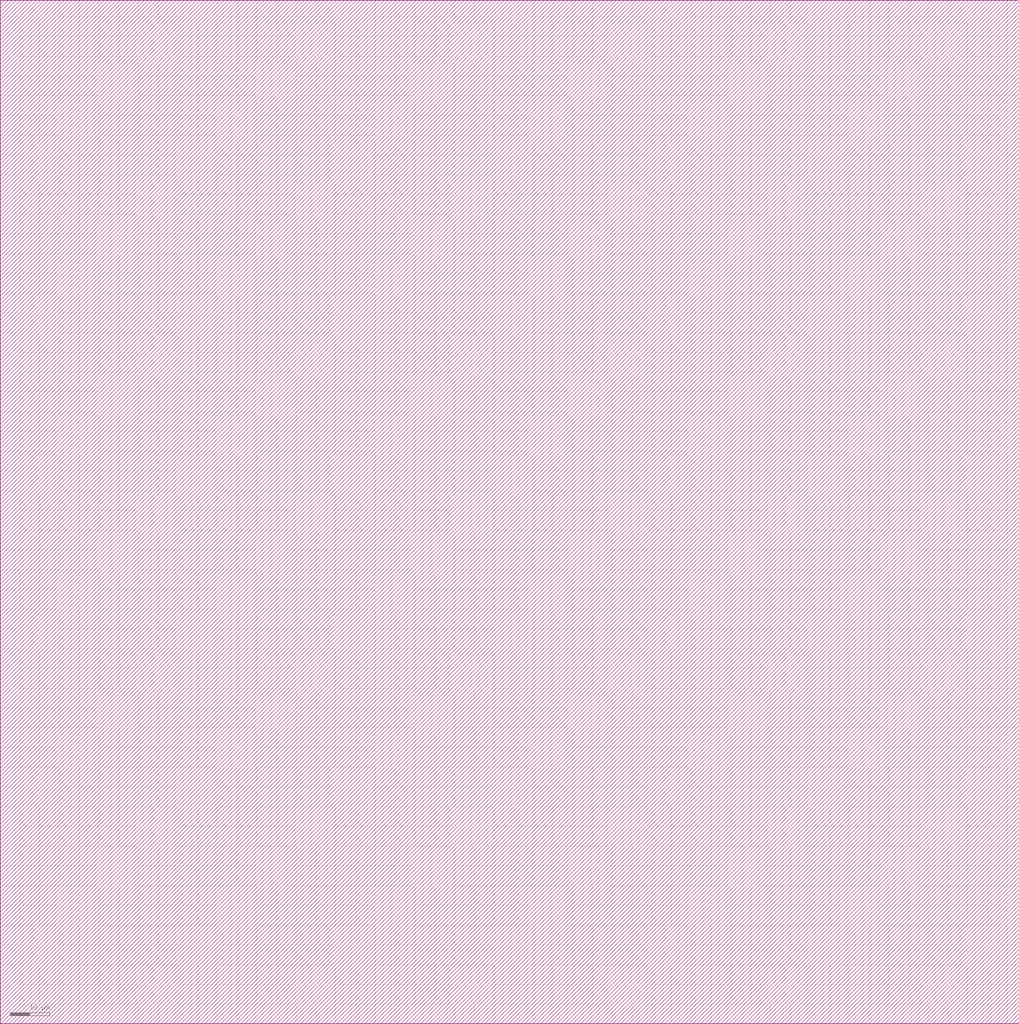
<source format=lef>
VERSION 5.6 ;

BUSBITCHARS "[]" ;

DIVIDERCHAR "/" ;

UNITS
    DATABASE MICRONS 1000 ;
END UNITS

MANUFACTURINGGRID 0.005000 ; 

CLEARANCEMEASURE EUCLIDEAN ; 

USEMINSPACING OBS ON ; 

SITE CoreSite
    CLASS CORE ;
    SIZE 0.600000 BY 0.300000 ;
END CoreSite

LAYER li
   TYPE ROUTING ;
   DIRECTION VERTICAL ;
   MINWIDTH 0.300000 ;
   AREA 0.056250 ;
   WIDTH 0.300000 ;
   SPACINGTABLE
      PARALLELRUNLENGTH 0.0
      WIDTH 0.0 0.225000 ;
   PITCH 0.600000 0.600000 ;
END li

LAYER mcon
    TYPE CUT ;
    SPACING 0.225000 ;
    WIDTH 0.300000 ;
    ENCLOSURE ABOVE 0.075000 0.075000 ;
    ENCLOSURE BELOW 0.000000 0.000000 ;
END mcon

LAYER met1
   TYPE ROUTING ;
   DIRECTION HORIZONTAL ;
   MINWIDTH 0.150000 ;
   AREA 0.084375 ;
   WIDTH 0.150000 ;
   SPACINGTABLE
      PARALLELRUNLENGTH 0.0
      WIDTH 0.0 0.150000 ;
   PITCH 0.300000 0.300000 ;
END met1

LAYER v1
    TYPE CUT ;
    SPACING 0.075000 ;
    WIDTH 0.300000 ;
    ENCLOSURE ABOVE 0.075000 0.075000 ;
    ENCLOSURE BELOW 0.075000 0.075000 ;
END v1

LAYER met2
   TYPE ROUTING ;
   DIRECTION VERTICAL ;
   MINWIDTH 0.150000 ;
   AREA 0.073125 ;
   WIDTH 0.150000 ;
   SPACINGTABLE
      PARALLELRUNLENGTH 0.0
      WIDTH 0.0 0.150000 ;
   PITCH 0.300000 0.300000 ;
END met2

LAYER v2
    TYPE CUT ;
    SPACING 0.150000 ;
    WIDTH 0.300000 ;
    ENCLOSURE ABOVE 0.075000 0.075000 ;
    ENCLOSURE BELOW 0.075000 0.000000 ;
END v2

LAYER met3
   TYPE ROUTING ;
   DIRECTION HORIZONTAL ;
   MINWIDTH 0.300000 ;
   AREA 0.241875 ;
   WIDTH 0.300000 ;
   SPACINGTABLE
      PARALLELRUNLENGTH 0.0
      WIDTH 0.0 0.300000 ;
   PITCH 0.600000 0.600000 ;
END met3

LAYER v3
    TYPE CUT ;
    SPACING 0.150000 ;
    WIDTH 0.450000 ;
    ENCLOSURE ABOVE 0.075000 0.075000 ;
    ENCLOSURE BELOW 0.075000 0.000000 ;
END v3

LAYER met4
   TYPE ROUTING ;
   DIRECTION VERTICAL ;
   MINWIDTH 0.300000 ;
   AREA 0.241875 ;
   WIDTH 0.300000 ;
   SPACINGTABLE
      PARALLELRUNLENGTH 0.0
      WIDTH 0.0 0.300000 ;
   PITCH 0.600000 0.600000 ;
END met4

LAYER v4
    TYPE CUT ;
    SPACING 0.450000 ;
    WIDTH 1.200000 ;
    ENCLOSURE ABOVE 0.150000 0.150000 ;
    ENCLOSURE BELOW 0.000000 0.000000 ;
END v4

LAYER met5
   TYPE ROUTING ;
   DIRECTION HORIZONTAL ;
   MINWIDTH 1.650000 ;
   AREA 4.005000 ;
   WIDTH 1.650000 ;
   SPACINGTABLE
      PARALLELRUNLENGTH 0.0
      WIDTH 0.0 1.650000 ;
   PITCH 3.300000 3.300000 ;
END met5

LAYER OVERLAP
   TYPE OVERLAP ;
END OVERLAP

VIA mcon_C DEFAULT
   LAYER li ;
     RECT -0.150000 -0.150000 0.150000 0.150000 ;
   LAYER mcon ;
     RECT -0.150000 -0.150000 0.150000 0.150000 ;
   LAYER met1 ;
     RECT -0.225000 -0.225000 0.225000 0.225000 ;
END mcon_C

VIA v1_C DEFAULT
   LAYER met1 ;
     RECT -0.225000 -0.225000 0.225000 0.225000 ;
   LAYER v1 ;
     RECT -0.150000 -0.150000 0.150000 0.150000 ;
   LAYER met2 ;
     RECT -0.225000 -0.225000 0.225000 0.225000 ;
END v1_C

VIA v2_C DEFAULT
   LAYER met2 ;
     RECT -0.150000 -0.225000 0.150000 0.225000 ;
   LAYER v2 ;
     RECT -0.150000 -0.150000 0.150000 0.150000 ;
   LAYER met3 ;
     RECT -0.225000 -0.225000 0.225000 0.225000 ;
END v2_C

VIA v2_Ch
   LAYER met2 ;
     RECT -0.225000 -0.150000 0.225000 0.150000 ;
   LAYER v2 ;
     RECT -0.150000 -0.150000 0.150000 0.150000 ;
   LAYER met3 ;
     RECT -0.225000 -0.225000 0.225000 0.225000 ;
END v2_Ch

VIA v2_Cv
   LAYER met2 ;
     RECT -0.150000 -0.225000 0.150000 0.225000 ;
   LAYER v2 ;
     RECT -0.150000 -0.150000 0.150000 0.150000 ;
   LAYER met3 ;
     RECT -0.225000 -0.225000 0.225000 0.225000 ;
END v2_Cv

VIA v3_C DEFAULT
   LAYER met3 ;
     RECT -0.300000 -0.225000 0.300000 0.225000 ;
   LAYER v3 ;
     RECT -0.225000 -0.225000 0.225000 0.225000 ;
   LAYER met4 ;
     RECT -0.300000 -0.300000 0.300000 0.300000 ;
END v3_C

VIA v3_Ch
   LAYER met3 ;
     RECT -0.300000 -0.225000 0.300000 0.225000 ;
   LAYER v3 ;
     RECT -0.225000 -0.225000 0.225000 0.225000 ;
   LAYER met4 ;
     RECT -0.300000 -0.300000 0.300000 0.300000 ;
END v3_Ch

VIA v3_Cv
   LAYER met3 ;
     RECT -0.300000 -0.225000 0.300000 0.225000 ;
   LAYER v3 ;
     RECT -0.225000 -0.225000 0.225000 0.225000 ;
   LAYER met4 ;
     RECT -0.300000 -0.300000 0.300000 0.300000 ;
END v3_Cv

VIA v4_C DEFAULT
   LAYER met4 ;
     RECT -0.600000 -0.600000 0.600000 0.600000 ;
   LAYER v4 ;
     RECT -0.600000 -0.600000 0.600000 0.600000 ;
   LAYER met5 ;
     RECT -0.750000 -0.750000 0.750000 0.750000 ;
END v4_C

MACRO _0_0cell_0_0gcelem2x0
    CLASS CORE ;
    FOREIGN _0_0cell_0_0gcelem2x0 0.000000 0.000000 ;
    ORIGIN 0.000000 0.000000 ;
    SIZE 6.600000 BY 4.800000 ;
    SYMMETRY X Y ;
    SITE CoreSite ;
    PIN in_50_6
        DIRECTION INPUT ;
        USE SIGNAL ;
        PORT
        LAYER li ;
        RECT 4.350000 0.900000 4.425000 1.125000 ;
        RECT 4.425000 0.900000 4.650000 1.125000 ;
        RECT 4.650000 0.900000 4.725000 1.125000 ;
        RECT 4.500000 0.600000 4.725000 0.900000 ;
        RECT 4.500000 0.300000 4.800000 0.600000 ;
        END
        ANTENNAGATEAREA 0.247500 ;
    END in_50_6
    PIN in_51_6
        DIRECTION INPUT ;
        USE SIGNAL ;
        PORT
        LAYER li ;
        RECT 3.750000 3.900000 3.825000 4.125000 ;
        RECT 3.825000 3.900000 4.050000 4.125000 ;
        RECT 4.050000 3.900000 4.425000 4.125000 ;
        RECT 4.200000 4.200000 4.500000 4.500000 ;
        RECT 4.200000 4.125000 4.425000 4.200000 ;
        END
        ANTENNAGATEAREA 0.247500 ;
    END in_51_6
    PIN out
        DIRECTION OUTPUT ;
        USE SIGNAL ;
        PORT
        LAYER li ;
        RECT 3.675000 1.800000 3.900000 2.025000 ;
        RECT 3.675000 1.725000 3.900000 1.800000 ;
        RECT 3.675000 2.925000 3.900000 3.000000 ;
        RECT 3.675000 2.700000 3.900000 2.925000 ;
        RECT 3.675000 2.475000 3.900000 2.700000 ;
        RECT 3.675000 2.250000 3.900000 2.475000 ;
        RECT 3.675000 2.025000 3.900000 2.250000 ;
        RECT 6.000000 2.700000 6.300000 3.000000 ;
        RECT 6.000000 2.400000 6.225000 2.700000 ;
        RECT 6.000000 2.175000 6.225000 2.400000 ;
        RECT 6.000000 2.100000 6.225000 2.175000 ;
        LAYER mcon ;
        RECT 3.675000 2.250000 3.900000 2.475000 ;
        RECT 6.000000 2.175000 6.225000 2.400000 ;
        LAYER met1 ;
        RECT 5.925000 2.175000 6.000000 2.250000 ;
        RECT 5.925000 2.100000 6.300000 2.175000 ;
        RECT 6.000000 2.175000 6.225000 2.400000 ;
        RECT 6.225000 2.175000 6.300000 2.400000 ;
        RECT 3.600000 2.475000 3.975000 2.550000 ;
        RECT 3.600000 2.250000 3.675000 2.475000 ;
        RECT 3.600000 2.175000 3.975000 2.250000 ;
        RECT 3.675000 2.250000 3.900000 2.475000 ;
        RECT 3.900000 2.400000 3.975000 2.475000 ;
        RECT 3.900000 2.250000 6.000000 2.400000 ;
        RECT 5.925000 2.400000 6.300000 2.475000 ;
        END
        ANTENNAGATEAREA 0.360000 ;
        ANTENNADIFFAREA 0.697500 ;
    END out
    PIN Vdd
        DIRECTION INPUT ;
        USE POWER ;
        PORT
        LAYER li ;
        RECT 0.675000 3.000000 0.900000 3.075000 ;
        RECT 0.675000 2.775000 0.900000 3.000000 ;
        RECT 0.675000 2.700000 0.900000 2.775000 ;
        RECT 1.575000 1.425000 1.800000 2.775000 ;
        RECT 1.575000 1.200000 1.800000 1.425000 ;
        RECT 1.575000 1.125000 1.800000 1.200000 ;
        RECT 1.575000 3.000000 1.800000 3.075000 ;
        RECT 1.575000 2.775000 1.800000 3.000000 ;
        RECT 4.575000 3.000000 4.800000 3.075000 ;
        RECT 4.575000 2.775000 4.800000 3.000000 ;
        RECT 4.575000 2.700000 4.800000 2.775000 ;
        LAYER mcon ;
        RECT 0.675000 2.775000 0.900000 3.000000 ;
        RECT 1.575000 2.775000 1.800000 3.000000 ;
        RECT 4.575000 2.775000 4.800000 3.000000 ;
        LAYER met1 ;
        RECT 0.600000 3.000000 4.875000 3.075000 ;
        RECT 0.600000 2.775000 0.675000 3.000000 ;
        RECT 0.600000 2.700000 4.875000 2.775000 ;
        RECT 0.675000 2.775000 0.900000 3.000000 ;
        RECT 0.900000 2.775000 1.575000 3.000000 ;
        RECT 1.575000 2.775000 1.800000 3.000000 ;
        RECT 1.800000 2.775000 4.575000 3.000000 ;
        RECT 4.575000 2.775000 4.800000 3.000000 ;
        RECT 4.800000 2.775000 4.875000 3.000000 ;
        END
        ANTENNAGATEAREA 0.945000 ;
        ANTENNADIFFAREA 0.495000 ;
    END Vdd
    PIN GND
        DIRECTION INPUT ;
        USE GROUND ;
        PORT
        LAYER li ;
        RECT 0.675000 1.950000 0.900000 2.025000 ;
        RECT 0.675000 1.725000 0.900000 1.950000 ;
        RECT 0.675000 1.650000 0.900000 1.725000 ;
        RECT 1.125000 3.600000 1.350000 3.675000 ;
        RECT 1.125000 3.375000 1.350000 3.600000 ;
        RECT 1.125000 1.950000 1.350000 3.375000 ;
        RECT 1.125000 1.725000 1.350000 1.950000 ;
        RECT 1.125000 1.650000 1.350000 1.725000 ;
        RECT 4.500000 1.725000 4.575000 1.950000 ;
        RECT 4.575000 1.725000 4.800000 1.950000 ;
        RECT 4.800000 1.725000 4.875000 1.950000 ;
        LAYER mcon ;
        RECT 0.675000 1.725000 0.900000 1.950000 ;
        RECT 1.125000 1.725000 1.350000 1.950000 ;
        RECT 4.575000 1.725000 4.800000 1.950000 ;
        LAYER met1 ;
        RECT 0.600000 1.950000 4.875000 2.025000 ;
        RECT 0.600000 1.725000 0.675000 1.950000 ;
        RECT 0.600000 1.650000 4.875000 1.725000 ;
        RECT 0.675000 1.725000 0.900000 1.950000 ;
        RECT 0.900000 1.725000 1.125000 1.950000 ;
        RECT 1.125000 1.725000 1.350000 1.950000 ;
        RECT 1.350000 1.725000 4.575000 1.950000 ;
        RECT 4.575000 1.725000 4.800000 1.950000 ;
        RECT 4.800000 1.725000 4.875000 1.950000 ;
        END
        ANTENNAGATEAREA 0.472500 ;
        ANTENNADIFFAREA 0.427500 ;
    END GND
    OBS
        LAYER li ;
        RECT 3.150000 3.600000 3.375000 3.675000 ;
        RECT 3.150000 3.375000 3.375000 3.600000 ;
        RECT 3.150000 3.300000 3.375000 3.375000 ;
        RECT 5.250000 3.600000 5.475000 3.675000 ;
        RECT 5.250000 3.375000 5.475000 3.600000 ;
        RECT 5.250000 2.925000 5.475000 3.375000 ;
        RECT 5.250000 2.700000 5.475000 2.925000 ;
        RECT 5.250000 2.025000 5.475000 2.700000 ;
        RECT 5.250000 1.800000 5.475000 2.025000 ;
        RECT 5.250000 1.725000 5.475000 1.800000 ;
        LAYER met1 ;
        RECT 3.075000 3.600000 5.550000 3.675000 ;
        RECT 3.075000 3.375000 3.150000 3.600000 ;
        RECT 3.075000 3.300000 5.550000 3.375000 ;
        RECT 3.150000 3.375000 3.375000 3.600000 ;
        RECT 3.375000 3.375000 5.250000 3.600000 ;
        RECT 5.250000 3.375000 5.475000 3.600000 ;
        RECT 5.475000 3.375000 5.550000 3.600000 ;
    END
END _0_0cell_0_0gcelem2x0

MACRO welltap_svt
    CLASS CORE WELLTAP ;
    FOREIGN welltap_svt 0.000000 0.000000 ;
    ORIGIN 0.000000 0.000000 ;
    SIZE 1.200000 BY 2.100000 ;
    SYMMETRY X Y ;
    SITE CoreSite ;
    PIN Vdd
        DIRECTION INPUT ;
        USE POWER ;
        PORT
        LAYER li ;
        RECT 0.525000 1.725000 0.900000 1.800000 ;
        RECT 0.525000 1.500000 0.600000 1.725000 ;
        RECT 0.525000 1.425000 0.900000 1.500000 ;
        RECT 0.600000 1.500000 0.825000 1.725000 ;
        RECT 0.825000 1.500000 0.900000 1.725000 ;
        LAYER mcon ;
        RECT 0.600000 1.500000 0.825000 1.725000 ;
        LAYER met1 ;
        RECT 0.525000 1.725000 0.900000 1.800000 ;
        RECT 0.525000 1.500000 0.600000 1.725000 ;
        RECT 0.525000 1.425000 0.900000 1.500000 ;
        RECT 0.600000 1.500000 0.825000 1.725000 ;
        RECT 0.825000 1.500000 0.900000 1.725000 ;
        END
    END Vdd
    PIN GND
        DIRECTION INPUT ;
        USE GROUND ;
        PORT
        LAYER li ;
        RECT 0.525000 0.525000 0.900000 0.600000 ;
        RECT 0.525000 0.300000 0.600000 0.525000 ;
        RECT 0.525000 0.225000 0.900000 0.300000 ;
        RECT 0.600000 0.300000 0.825000 0.525000 ;
        RECT 0.825000 0.300000 0.900000 0.525000 ;
        LAYER mcon ;
        RECT 0.600000 0.300000 0.825000 0.525000 ;
        LAYER met1 ;
        RECT 0.525000 0.525000 0.900000 0.600000 ;
        RECT 0.525000 0.300000 0.600000 0.525000 ;
        RECT 0.525000 0.225000 0.900000 0.300000 ;
        RECT 0.600000 0.300000 0.825000 0.525000 ;
        RECT 0.825000 0.300000 0.900000 0.525000 ;
        END
    END GND
END welltap_svt

MACRO circuitppnp
   CLASS CORE ;
   FOREIGN circuitppnp 0.000000 0.000000 ;
   ORIGIN 0.000000 0.000000 ; 
   SIZE 258.000000 BY 259.200000 ; 
   SYMMETRY X Y ;
   SITE CoreSite ;
END circuitppnp

MACRO circuitwell
   CLASS CORE ;
   FOREIGN circuitwell 0.000000 0.000000 ;
   ORIGIN 0.000000 0.000000 ; 
   SIZE 258.000000 BY 259.200000 ; 
   SYMMETRY X Y ;
   SITE CoreSite ;
END circuitwell


</source>
